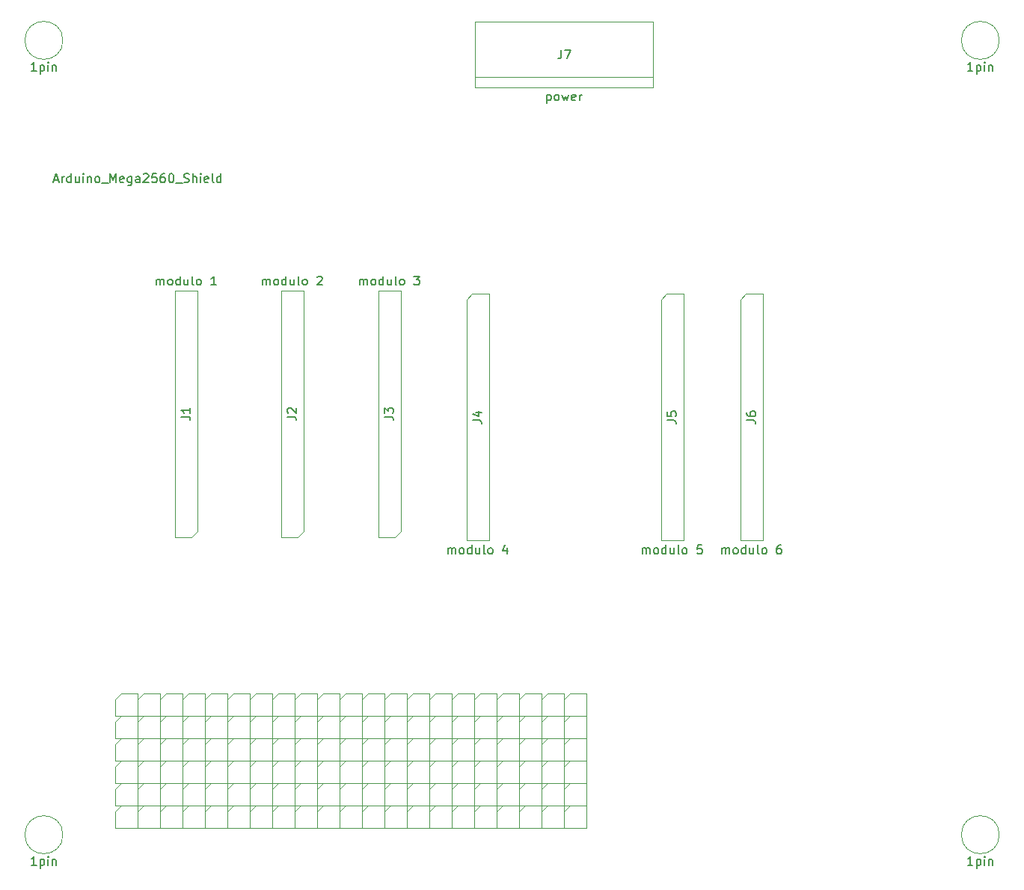
<source format=gbr>
G04 #@! TF.FileFunction,Other,Fab,Top*
%FSLAX46Y46*%
G04 Gerber Fmt 4.6, Leading zero omitted, Abs format (unit mm)*
G04 Created by KiCad (PCBNEW 4.0.7) date Wed Jun 20 13:04:55 2018*
%MOMM*%
%LPD*%
G01*
G04 APERTURE LIST*
%ADD10C,0.100000*%
%ADD11C,0.150000*%
G04 APERTURE END LIST*
D10*
X93345000Y-139700000D02*
X95250000Y-139700000D01*
X95250000Y-139700000D02*
X95250000Y-142240000D01*
X95250000Y-142240000D02*
X92710000Y-142240000D01*
X92710000Y-142240000D02*
X92710000Y-140335000D01*
X92710000Y-140335000D02*
X93345000Y-139700000D01*
X93345000Y-137160000D02*
X95250000Y-137160000D01*
X95250000Y-137160000D02*
X95250000Y-139700000D01*
X95250000Y-139700000D02*
X92710000Y-139700000D01*
X92710000Y-139700000D02*
X92710000Y-137795000D01*
X92710000Y-137795000D02*
X93345000Y-137160000D01*
X93345000Y-132080000D02*
X95250000Y-132080000D01*
X95250000Y-132080000D02*
X95250000Y-134620000D01*
X95250000Y-134620000D02*
X92710000Y-134620000D01*
X92710000Y-134620000D02*
X92710000Y-132715000D01*
X92710000Y-132715000D02*
X93345000Y-132080000D01*
X93345000Y-134620000D02*
X95250000Y-134620000D01*
X95250000Y-134620000D02*
X95250000Y-137160000D01*
X95250000Y-137160000D02*
X92710000Y-137160000D01*
X92710000Y-137160000D02*
X92710000Y-135255000D01*
X92710000Y-135255000D02*
X93345000Y-134620000D01*
X90805000Y-134620000D02*
X92710000Y-134620000D01*
X92710000Y-134620000D02*
X92710000Y-137160000D01*
X92710000Y-137160000D02*
X90170000Y-137160000D01*
X90170000Y-137160000D02*
X90170000Y-135255000D01*
X90170000Y-135255000D02*
X90805000Y-134620000D01*
X90805000Y-132080000D02*
X92710000Y-132080000D01*
X92710000Y-132080000D02*
X92710000Y-134620000D01*
X92710000Y-134620000D02*
X90170000Y-134620000D01*
X90170000Y-134620000D02*
X90170000Y-132715000D01*
X90170000Y-132715000D02*
X90805000Y-132080000D01*
X90805000Y-137160000D02*
X92710000Y-137160000D01*
X92710000Y-137160000D02*
X92710000Y-139700000D01*
X92710000Y-139700000D02*
X90170000Y-139700000D01*
X90170000Y-139700000D02*
X90170000Y-137795000D01*
X90170000Y-137795000D02*
X90805000Y-137160000D01*
X90805000Y-139700000D02*
X92710000Y-139700000D01*
X92710000Y-139700000D02*
X92710000Y-142240000D01*
X92710000Y-142240000D02*
X90170000Y-142240000D01*
X90170000Y-142240000D02*
X90170000Y-140335000D01*
X90170000Y-140335000D02*
X90805000Y-139700000D01*
X90805000Y-127000000D02*
X92710000Y-127000000D01*
X92710000Y-127000000D02*
X92710000Y-129540000D01*
X92710000Y-129540000D02*
X90170000Y-129540000D01*
X90170000Y-129540000D02*
X90170000Y-127635000D01*
X90170000Y-127635000D02*
X90805000Y-127000000D01*
X90805000Y-129540000D02*
X92710000Y-129540000D01*
X92710000Y-129540000D02*
X92710000Y-132080000D01*
X92710000Y-132080000D02*
X90170000Y-132080000D01*
X90170000Y-132080000D02*
X90170000Y-130175000D01*
X90170000Y-130175000D02*
X90805000Y-129540000D01*
X93345000Y-129540000D02*
X95250000Y-129540000D01*
X95250000Y-129540000D02*
X95250000Y-132080000D01*
X95250000Y-132080000D02*
X92710000Y-132080000D01*
X92710000Y-132080000D02*
X92710000Y-130175000D01*
X92710000Y-130175000D02*
X93345000Y-129540000D01*
X93345000Y-127000000D02*
X95250000Y-127000000D01*
X95250000Y-127000000D02*
X95250000Y-129540000D01*
X95250000Y-129540000D02*
X92710000Y-129540000D01*
X92710000Y-129540000D02*
X92710000Y-127635000D01*
X92710000Y-127635000D02*
X93345000Y-127000000D01*
X88265000Y-127000000D02*
X90170000Y-127000000D01*
X90170000Y-127000000D02*
X90170000Y-129540000D01*
X90170000Y-129540000D02*
X87630000Y-129540000D01*
X87630000Y-129540000D02*
X87630000Y-127635000D01*
X87630000Y-127635000D02*
X88265000Y-127000000D01*
X88265000Y-129540000D02*
X90170000Y-129540000D01*
X90170000Y-129540000D02*
X90170000Y-132080000D01*
X90170000Y-132080000D02*
X87630000Y-132080000D01*
X87630000Y-132080000D02*
X87630000Y-130175000D01*
X87630000Y-130175000D02*
X88265000Y-129540000D01*
X85725000Y-129540000D02*
X87630000Y-129540000D01*
X87630000Y-129540000D02*
X87630000Y-132080000D01*
X87630000Y-132080000D02*
X85090000Y-132080000D01*
X85090000Y-132080000D02*
X85090000Y-130175000D01*
X85090000Y-130175000D02*
X85725000Y-129540000D01*
X85725000Y-127000000D02*
X87630000Y-127000000D01*
X87630000Y-127000000D02*
X87630000Y-129540000D01*
X87630000Y-129540000D02*
X85090000Y-129540000D01*
X85090000Y-129540000D02*
X85090000Y-127635000D01*
X85090000Y-127635000D02*
X85725000Y-127000000D01*
X85725000Y-139700000D02*
X87630000Y-139700000D01*
X87630000Y-139700000D02*
X87630000Y-142240000D01*
X87630000Y-142240000D02*
X85090000Y-142240000D01*
X85090000Y-142240000D02*
X85090000Y-140335000D01*
X85090000Y-140335000D02*
X85725000Y-139700000D01*
X85725000Y-137160000D02*
X87630000Y-137160000D01*
X87630000Y-137160000D02*
X87630000Y-139700000D01*
X87630000Y-139700000D02*
X85090000Y-139700000D01*
X85090000Y-139700000D02*
X85090000Y-137795000D01*
X85090000Y-137795000D02*
X85725000Y-137160000D01*
X85725000Y-132080000D02*
X87630000Y-132080000D01*
X87630000Y-132080000D02*
X87630000Y-134620000D01*
X87630000Y-134620000D02*
X85090000Y-134620000D01*
X85090000Y-134620000D02*
X85090000Y-132715000D01*
X85090000Y-132715000D02*
X85725000Y-132080000D01*
X85725000Y-134620000D02*
X87630000Y-134620000D01*
X87630000Y-134620000D02*
X87630000Y-137160000D01*
X87630000Y-137160000D02*
X85090000Y-137160000D01*
X85090000Y-137160000D02*
X85090000Y-135255000D01*
X85090000Y-135255000D02*
X85725000Y-134620000D01*
X88265000Y-134620000D02*
X90170000Y-134620000D01*
X90170000Y-134620000D02*
X90170000Y-137160000D01*
X90170000Y-137160000D02*
X87630000Y-137160000D01*
X87630000Y-137160000D02*
X87630000Y-135255000D01*
X87630000Y-135255000D02*
X88265000Y-134620000D01*
X88265000Y-132080000D02*
X90170000Y-132080000D01*
X90170000Y-132080000D02*
X90170000Y-134620000D01*
X90170000Y-134620000D02*
X87630000Y-134620000D01*
X87630000Y-134620000D02*
X87630000Y-132715000D01*
X87630000Y-132715000D02*
X88265000Y-132080000D01*
X88265000Y-137160000D02*
X90170000Y-137160000D01*
X90170000Y-137160000D02*
X90170000Y-139700000D01*
X90170000Y-139700000D02*
X87630000Y-139700000D01*
X87630000Y-139700000D02*
X87630000Y-137795000D01*
X87630000Y-137795000D02*
X88265000Y-137160000D01*
X88265000Y-139700000D02*
X90170000Y-139700000D01*
X90170000Y-139700000D02*
X90170000Y-142240000D01*
X90170000Y-142240000D02*
X87630000Y-142240000D01*
X87630000Y-142240000D02*
X87630000Y-140335000D01*
X87630000Y-140335000D02*
X88265000Y-139700000D01*
X95885000Y-134620000D02*
X97790000Y-134620000D01*
X97790000Y-134620000D02*
X97790000Y-137160000D01*
X97790000Y-137160000D02*
X95250000Y-137160000D01*
X95250000Y-137160000D02*
X95250000Y-135255000D01*
X95250000Y-135255000D02*
X95885000Y-134620000D01*
X95885000Y-132080000D02*
X97790000Y-132080000D01*
X97790000Y-132080000D02*
X97790000Y-134620000D01*
X97790000Y-134620000D02*
X95250000Y-134620000D01*
X95250000Y-134620000D02*
X95250000Y-132715000D01*
X95250000Y-132715000D02*
X95885000Y-132080000D01*
X95885000Y-137160000D02*
X97790000Y-137160000D01*
X97790000Y-137160000D02*
X97790000Y-139700000D01*
X97790000Y-139700000D02*
X95250000Y-139700000D01*
X95250000Y-139700000D02*
X95250000Y-137795000D01*
X95250000Y-137795000D02*
X95885000Y-137160000D01*
X95885000Y-139700000D02*
X97790000Y-139700000D01*
X97790000Y-139700000D02*
X97790000Y-142240000D01*
X97790000Y-142240000D02*
X95250000Y-142240000D01*
X95250000Y-142240000D02*
X95250000Y-140335000D01*
X95250000Y-140335000D02*
X95885000Y-139700000D01*
X95885000Y-127000000D02*
X97790000Y-127000000D01*
X97790000Y-127000000D02*
X97790000Y-129540000D01*
X97790000Y-129540000D02*
X95250000Y-129540000D01*
X95250000Y-129540000D02*
X95250000Y-127635000D01*
X95250000Y-127635000D02*
X95885000Y-127000000D01*
X95885000Y-129540000D02*
X97790000Y-129540000D01*
X97790000Y-129540000D02*
X97790000Y-132080000D01*
X97790000Y-132080000D02*
X95250000Y-132080000D01*
X95250000Y-132080000D02*
X95250000Y-130175000D01*
X95250000Y-130175000D02*
X95885000Y-129540000D01*
X116205000Y-139700000D02*
X118110000Y-139700000D01*
X118110000Y-139700000D02*
X118110000Y-142240000D01*
X118110000Y-142240000D02*
X115570000Y-142240000D01*
X115570000Y-142240000D02*
X115570000Y-140335000D01*
X115570000Y-140335000D02*
X116205000Y-139700000D01*
X116205000Y-137160000D02*
X118110000Y-137160000D01*
X118110000Y-137160000D02*
X118110000Y-139700000D01*
X118110000Y-139700000D02*
X115570000Y-139700000D01*
X115570000Y-139700000D02*
X115570000Y-137795000D01*
X115570000Y-137795000D02*
X116205000Y-137160000D01*
X116205000Y-132080000D02*
X118110000Y-132080000D01*
X118110000Y-132080000D02*
X118110000Y-134620000D01*
X118110000Y-134620000D02*
X115570000Y-134620000D01*
X115570000Y-134620000D02*
X115570000Y-132715000D01*
X115570000Y-132715000D02*
X116205000Y-132080000D01*
X116205000Y-134620000D02*
X118110000Y-134620000D01*
X118110000Y-134620000D02*
X118110000Y-137160000D01*
X118110000Y-137160000D02*
X115570000Y-137160000D01*
X115570000Y-137160000D02*
X115570000Y-135255000D01*
X115570000Y-135255000D02*
X116205000Y-134620000D01*
X113665000Y-134620000D02*
X115570000Y-134620000D01*
X115570000Y-134620000D02*
X115570000Y-137160000D01*
X115570000Y-137160000D02*
X113030000Y-137160000D01*
X113030000Y-137160000D02*
X113030000Y-135255000D01*
X113030000Y-135255000D02*
X113665000Y-134620000D01*
X113665000Y-132080000D02*
X115570000Y-132080000D01*
X115570000Y-132080000D02*
X115570000Y-134620000D01*
X115570000Y-134620000D02*
X113030000Y-134620000D01*
X113030000Y-134620000D02*
X113030000Y-132715000D01*
X113030000Y-132715000D02*
X113665000Y-132080000D01*
X113665000Y-137160000D02*
X115570000Y-137160000D01*
X115570000Y-137160000D02*
X115570000Y-139700000D01*
X115570000Y-139700000D02*
X113030000Y-139700000D01*
X113030000Y-139700000D02*
X113030000Y-137795000D01*
X113030000Y-137795000D02*
X113665000Y-137160000D01*
X113665000Y-139700000D02*
X115570000Y-139700000D01*
X115570000Y-139700000D02*
X115570000Y-142240000D01*
X115570000Y-142240000D02*
X113030000Y-142240000D01*
X113030000Y-142240000D02*
X113030000Y-140335000D01*
X113030000Y-140335000D02*
X113665000Y-139700000D01*
X113665000Y-127000000D02*
X115570000Y-127000000D01*
X115570000Y-127000000D02*
X115570000Y-129540000D01*
X115570000Y-129540000D02*
X113030000Y-129540000D01*
X113030000Y-129540000D02*
X113030000Y-127635000D01*
X113030000Y-127635000D02*
X113665000Y-127000000D01*
X113665000Y-129540000D02*
X115570000Y-129540000D01*
X115570000Y-129540000D02*
X115570000Y-132080000D01*
X115570000Y-132080000D02*
X113030000Y-132080000D01*
X113030000Y-132080000D02*
X113030000Y-130175000D01*
X113030000Y-130175000D02*
X113665000Y-129540000D01*
X116205000Y-129540000D02*
X118110000Y-129540000D01*
X118110000Y-129540000D02*
X118110000Y-132080000D01*
X118110000Y-132080000D02*
X115570000Y-132080000D01*
X115570000Y-132080000D02*
X115570000Y-130175000D01*
X115570000Y-130175000D02*
X116205000Y-129540000D01*
X116205000Y-127000000D02*
X118110000Y-127000000D01*
X118110000Y-127000000D02*
X118110000Y-129540000D01*
X118110000Y-129540000D02*
X115570000Y-129540000D01*
X115570000Y-129540000D02*
X115570000Y-127635000D01*
X115570000Y-127635000D02*
X116205000Y-127000000D01*
X111125000Y-127000000D02*
X113030000Y-127000000D01*
X113030000Y-127000000D02*
X113030000Y-129540000D01*
X113030000Y-129540000D02*
X110490000Y-129540000D01*
X110490000Y-129540000D02*
X110490000Y-127635000D01*
X110490000Y-127635000D02*
X111125000Y-127000000D01*
X111125000Y-129540000D02*
X113030000Y-129540000D01*
X113030000Y-129540000D02*
X113030000Y-132080000D01*
X113030000Y-132080000D02*
X110490000Y-132080000D01*
X110490000Y-132080000D02*
X110490000Y-130175000D01*
X110490000Y-130175000D02*
X111125000Y-129540000D01*
X108585000Y-129540000D02*
X110490000Y-129540000D01*
X110490000Y-129540000D02*
X110490000Y-132080000D01*
X110490000Y-132080000D02*
X107950000Y-132080000D01*
X107950000Y-132080000D02*
X107950000Y-130175000D01*
X107950000Y-130175000D02*
X108585000Y-129540000D01*
X108585000Y-127000000D02*
X110490000Y-127000000D01*
X110490000Y-127000000D02*
X110490000Y-129540000D01*
X110490000Y-129540000D02*
X107950000Y-129540000D01*
X107950000Y-129540000D02*
X107950000Y-127635000D01*
X107950000Y-127635000D02*
X108585000Y-127000000D01*
X108585000Y-139700000D02*
X110490000Y-139700000D01*
X110490000Y-139700000D02*
X110490000Y-142240000D01*
X110490000Y-142240000D02*
X107950000Y-142240000D01*
X107950000Y-142240000D02*
X107950000Y-140335000D01*
X107950000Y-140335000D02*
X108585000Y-139700000D01*
X108585000Y-137160000D02*
X110490000Y-137160000D01*
X110490000Y-137160000D02*
X110490000Y-139700000D01*
X110490000Y-139700000D02*
X107950000Y-139700000D01*
X107950000Y-139700000D02*
X107950000Y-137795000D01*
X107950000Y-137795000D02*
X108585000Y-137160000D01*
X108585000Y-132080000D02*
X110490000Y-132080000D01*
X110490000Y-132080000D02*
X110490000Y-134620000D01*
X110490000Y-134620000D02*
X107950000Y-134620000D01*
X107950000Y-134620000D02*
X107950000Y-132715000D01*
X107950000Y-132715000D02*
X108585000Y-132080000D01*
X108585000Y-134620000D02*
X110490000Y-134620000D01*
X110490000Y-134620000D02*
X110490000Y-137160000D01*
X110490000Y-137160000D02*
X107950000Y-137160000D01*
X107950000Y-137160000D02*
X107950000Y-135255000D01*
X107950000Y-135255000D02*
X108585000Y-134620000D01*
X111125000Y-134620000D02*
X113030000Y-134620000D01*
X113030000Y-134620000D02*
X113030000Y-137160000D01*
X113030000Y-137160000D02*
X110490000Y-137160000D01*
X110490000Y-137160000D02*
X110490000Y-135255000D01*
X110490000Y-135255000D02*
X111125000Y-134620000D01*
X111125000Y-132080000D02*
X113030000Y-132080000D01*
X113030000Y-132080000D02*
X113030000Y-134620000D01*
X113030000Y-134620000D02*
X110490000Y-134620000D01*
X110490000Y-134620000D02*
X110490000Y-132715000D01*
X110490000Y-132715000D02*
X111125000Y-132080000D01*
X111125000Y-137160000D02*
X113030000Y-137160000D01*
X113030000Y-137160000D02*
X113030000Y-139700000D01*
X113030000Y-139700000D02*
X110490000Y-139700000D01*
X110490000Y-139700000D02*
X110490000Y-137795000D01*
X110490000Y-137795000D02*
X111125000Y-137160000D01*
X111125000Y-139700000D02*
X113030000Y-139700000D01*
X113030000Y-139700000D02*
X113030000Y-142240000D01*
X113030000Y-142240000D02*
X110490000Y-142240000D01*
X110490000Y-142240000D02*
X110490000Y-140335000D01*
X110490000Y-140335000D02*
X111125000Y-139700000D01*
X100965000Y-139700000D02*
X102870000Y-139700000D01*
X102870000Y-139700000D02*
X102870000Y-142240000D01*
X102870000Y-142240000D02*
X100330000Y-142240000D01*
X100330000Y-142240000D02*
X100330000Y-140335000D01*
X100330000Y-140335000D02*
X100965000Y-139700000D01*
X100965000Y-137160000D02*
X102870000Y-137160000D01*
X102870000Y-137160000D02*
X102870000Y-139700000D01*
X102870000Y-139700000D02*
X100330000Y-139700000D01*
X100330000Y-139700000D02*
X100330000Y-137795000D01*
X100330000Y-137795000D02*
X100965000Y-137160000D01*
X100965000Y-132080000D02*
X102870000Y-132080000D01*
X102870000Y-132080000D02*
X102870000Y-134620000D01*
X102870000Y-134620000D02*
X100330000Y-134620000D01*
X100330000Y-134620000D02*
X100330000Y-132715000D01*
X100330000Y-132715000D02*
X100965000Y-132080000D01*
X100965000Y-134620000D02*
X102870000Y-134620000D01*
X102870000Y-134620000D02*
X102870000Y-137160000D01*
X102870000Y-137160000D02*
X100330000Y-137160000D01*
X100330000Y-137160000D02*
X100330000Y-135255000D01*
X100330000Y-135255000D02*
X100965000Y-134620000D01*
X98425000Y-134620000D02*
X100330000Y-134620000D01*
X100330000Y-134620000D02*
X100330000Y-137160000D01*
X100330000Y-137160000D02*
X97790000Y-137160000D01*
X97790000Y-137160000D02*
X97790000Y-135255000D01*
X97790000Y-135255000D02*
X98425000Y-134620000D01*
X98425000Y-132080000D02*
X100330000Y-132080000D01*
X100330000Y-132080000D02*
X100330000Y-134620000D01*
X100330000Y-134620000D02*
X97790000Y-134620000D01*
X97790000Y-134620000D02*
X97790000Y-132715000D01*
X97790000Y-132715000D02*
X98425000Y-132080000D01*
X98425000Y-137160000D02*
X100330000Y-137160000D01*
X100330000Y-137160000D02*
X100330000Y-139700000D01*
X100330000Y-139700000D02*
X97790000Y-139700000D01*
X97790000Y-139700000D02*
X97790000Y-137795000D01*
X97790000Y-137795000D02*
X98425000Y-137160000D01*
X98425000Y-139700000D02*
X100330000Y-139700000D01*
X100330000Y-139700000D02*
X100330000Y-142240000D01*
X100330000Y-142240000D02*
X97790000Y-142240000D01*
X97790000Y-142240000D02*
X97790000Y-140335000D01*
X97790000Y-140335000D02*
X98425000Y-139700000D01*
X98425000Y-127000000D02*
X100330000Y-127000000D01*
X100330000Y-127000000D02*
X100330000Y-129540000D01*
X100330000Y-129540000D02*
X97790000Y-129540000D01*
X97790000Y-129540000D02*
X97790000Y-127635000D01*
X97790000Y-127635000D02*
X98425000Y-127000000D01*
X98425000Y-129540000D02*
X100330000Y-129540000D01*
X100330000Y-129540000D02*
X100330000Y-132080000D01*
X100330000Y-132080000D02*
X97790000Y-132080000D01*
X97790000Y-132080000D02*
X97790000Y-130175000D01*
X97790000Y-130175000D02*
X98425000Y-129540000D01*
X100965000Y-129540000D02*
X102870000Y-129540000D01*
X102870000Y-129540000D02*
X102870000Y-132080000D01*
X102870000Y-132080000D02*
X100330000Y-132080000D01*
X100330000Y-132080000D02*
X100330000Y-130175000D01*
X100330000Y-130175000D02*
X100965000Y-129540000D01*
X100965000Y-127000000D02*
X102870000Y-127000000D01*
X102870000Y-127000000D02*
X102870000Y-129540000D01*
X102870000Y-129540000D02*
X100330000Y-129540000D01*
X100330000Y-129540000D02*
X100330000Y-127635000D01*
X100330000Y-127635000D02*
X100965000Y-127000000D01*
X106045000Y-127000000D02*
X107950000Y-127000000D01*
X107950000Y-127000000D02*
X107950000Y-129540000D01*
X107950000Y-129540000D02*
X105410000Y-129540000D01*
X105410000Y-129540000D02*
X105410000Y-127635000D01*
X105410000Y-127635000D02*
X106045000Y-127000000D01*
X106045000Y-129540000D02*
X107950000Y-129540000D01*
X107950000Y-129540000D02*
X107950000Y-132080000D01*
X107950000Y-132080000D02*
X105410000Y-132080000D01*
X105410000Y-132080000D02*
X105410000Y-130175000D01*
X105410000Y-130175000D02*
X106045000Y-129540000D01*
X103505000Y-129540000D02*
X105410000Y-129540000D01*
X105410000Y-129540000D02*
X105410000Y-132080000D01*
X105410000Y-132080000D02*
X102870000Y-132080000D01*
X102870000Y-132080000D02*
X102870000Y-130175000D01*
X102870000Y-130175000D02*
X103505000Y-129540000D01*
X103505000Y-127000000D02*
X105410000Y-127000000D01*
X105410000Y-127000000D02*
X105410000Y-129540000D01*
X105410000Y-129540000D02*
X102870000Y-129540000D01*
X102870000Y-129540000D02*
X102870000Y-127635000D01*
X102870000Y-127635000D02*
X103505000Y-127000000D01*
X103505000Y-139700000D02*
X105410000Y-139700000D01*
X105410000Y-139700000D02*
X105410000Y-142240000D01*
X105410000Y-142240000D02*
X102870000Y-142240000D01*
X102870000Y-142240000D02*
X102870000Y-140335000D01*
X102870000Y-140335000D02*
X103505000Y-139700000D01*
X103505000Y-137160000D02*
X105410000Y-137160000D01*
X105410000Y-137160000D02*
X105410000Y-139700000D01*
X105410000Y-139700000D02*
X102870000Y-139700000D01*
X102870000Y-139700000D02*
X102870000Y-137795000D01*
X102870000Y-137795000D02*
X103505000Y-137160000D01*
X103505000Y-132080000D02*
X105410000Y-132080000D01*
X105410000Y-132080000D02*
X105410000Y-134620000D01*
X105410000Y-134620000D02*
X102870000Y-134620000D01*
X102870000Y-134620000D02*
X102870000Y-132715000D01*
X102870000Y-132715000D02*
X103505000Y-132080000D01*
X103505000Y-134620000D02*
X105410000Y-134620000D01*
X105410000Y-134620000D02*
X105410000Y-137160000D01*
X105410000Y-137160000D02*
X102870000Y-137160000D01*
X102870000Y-137160000D02*
X102870000Y-135255000D01*
X102870000Y-135255000D02*
X103505000Y-134620000D01*
X106045000Y-134620000D02*
X107950000Y-134620000D01*
X107950000Y-134620000D02*
X107950000Y-137160000D01*
X107950000Y-137160000D02*
X105410000Y-137160000D01*
X105410000Y-137160000D02*
X105410000Y-135255000D01*
X105410000Y-135255000D02*
X106045000Y-134620000D01*
X106045000Y-132080000D02*
X107950000Y-132080000D01*
X107950000Y-132080000D02*
X107950000Y-134620000D01*
X107950000Y-134620000D02*
X105410000Y-134620000D01*
X105410000Y-134620000D02*
X105410000Y-132715000D01*
X105410000Y-132715000D02*
X106045000Y-132080000D01*
X106045000Y-137160000D02*
X107950000Y-137160000D01*
X107950000Y-137160000D02*
X107950000Y-139700000D01*
X107950000Y-139700000D02*
X105410000Y-139700000D01*
X105410000Y-139700000D02*
X105410000Y-137795000D01*
X105410000Y-137795000D02*
X106045000Y-137160000D01*
X106045000Y-139700000D02*
X107950000Y-139700000D01*
X107950000Y-139700000D02*
X107950000Y-142240000D01*
X107950000Y-142240000D02*
X105410000Y-142240000D01*
X105410000Y-142240000D02*
X105410000Y-140335000D01*
X105410000Y-140335000D02*
X106045000Y-139700000D01*
X126365000Y-139700000D02*
X128270000Y-139700000D01*
X128270000Y-139700000D02*
X128270000Y-142240000D01*
X128270000Y-142240000D02*
X125730000Y-142240000D01*
X125730000Y-142240000D02*
X125730000Y-140335000D01*
X125730000Y-140335000D02*
X126365000Y-139700000D01*
X126365000Y-137160000D02*
X128270000Y-137160000D01*
X128270000Y-137160000D02*
X128270000Y-139700000D01*
X128270000Y-139700000D02*
X125730000Y-139700000D01*
X125730000Y-139700000D02*
X125730000Y-137795000D01*
X125730000Y-137795000D02*
X126365000Y-137160000D01*
X126365000Y-132080000D02*
X128270000Y-132080000D01*
X128270000Y-132080000D02*
X128270000Y-134620000D01*
X128270000Y-134620000D02*
X125730000Y-134620000D01*
X125730000Y-134620000D02*
X125730000Y-132715000D01*
X125730000Y-132715000D02*
X126365000Y-132080000D01*
X126365000Y-134620000D02*
X128270000Y-134620000D01*
X128270000Y-134620000D02*
X128270000Y-137160000D01*
X128270000Y-137160000D02*
X125730000Y-137160000D01*
X125730000Y-137160000D02*
X125730000Y-135255000D01*
X125730000Y-135255000D02*
X126365000Y-134620000D01*
X123825000Y-134620000D02*
X125730000Y-134620000D01*
X125730000Y-134620000D02*
X125730000Y-137160000D01*
X125730000Y-137160000D02*
X123190000Y-137160000D01*
X123190000Y-137160000D02*
X123190000Y-135255000D01*
X123190000Y-135255000D02*
X123825000Y-134620000D01*
X123825000Y-132080000D02*
X125730000Y-132080000D01*
X125730000Y-132080000D02*
X125730000Y-134620000D01*
X125730000Y-134620000D02*
X123190000Y-134620000D01*
X123190000Y-134620000D02*
X123190000Y-132715000D01*
X123190000Y-132715000D02*
X123825000Y-132080000D01*
X123825000Y-137160000D02*
X125730000Y-137160000D01*
X125730000Y-137160000D02*
X125730000Y-139700000D01*
X125730000Y-139700000D02*
X123190000Y-139700000D01*
X123190000Y-139700000D02*
X123190000Y-137795000D01*
X123190000Y-137795000D02*
X123825000Y-137160000D01*
X123825000Y-139700000D02*
X125730000Y-139700000D01*
X125730000Y-139700000D02*
X125730000Y-142240000D01*
X125730000Y-142240000D02*
X123190000Y-142240000D01*
X123190000Y-142240000D02*
X123190000Y-140335000D01*
X123190000Y-140335000D02*
X123825000Y-139700000D01*
X123825000Y-127000000D02*
X125730000Y-127000000D01*
X125730000Y-127000000D02*
X125730000Y-129540000D01*
X125730000Y-129540000D02*
X123190000Y-129540000D01*
X123190000Y-129540000D02*
X123190000Y-127635000D01*
X123190000Y-127635000D02*
X123825000Y-127000000D01*
X123825000Y-129540000D02*
X125730000Y-129540000D01*
X125730000Y-129540000D02*
X125730000Y-132080000D01*
X125730000Y-132080000D02*
X123190000Y-132080000D01*
X123190000Y-132080000D02*
X123190000Y-130175000D01*
X123190000Y-130175000D02*
X123825000Y-129540000D01*
X126365000Y-129540000D02*
X128270000Y-129540000D01*
X128270000Y-129540000D02*
X128270000Y-132080000D01*
X128270000Y-132080000D02*
X125730000Y-132080000D01*
X125730000Y-132080000D02*
X125730000Y-130175000D01*
X125730000Y-130175000D02*
X126365000Y-129540000D01*
X126365000Y-127000000D02*
X128270000Y-127000000D01*
X128270000Y-127000000D02*
X128270000Y-129540000D01*
X128270000Y-129540000D02*
X125730000Y-129540000D01*
X125730000Y-129540000D02*
X125730000Y-127635000D01*
X125730000Y-127635000D02*
X126365000Y-127000000D01*
X121285000Y-127000000D02*
X123190000Y-127000000D01*
X123190000Y-127000000D02*
X123190000Y-129540000D01*
X123190000Y-129540000D02*
X120650000Y-129540000D01*
X120650000Y-129540000D02*
X120650000Y-127635000D01*
X120650000Y-127635000D02*
X121285000Y-127000000D01*
X121285000Y-129540000D02*
X123190000Y-129540000D01*
X123190000Y-129540000D02*
X123190000Y-132080000D01*
X123190000Y-132080000D02*
X120650000Y-132080000D01*
X120650000Y-132080000D02*
X120650000Y-130175000D01*
X120650000Y-130175000D02*
X121285000Y-129540000D01*
X118745000Y-129540000D02*
X120650000Y-129540000D01*
X120650000Y-129540000D02*
X120650000Y-132080000D01*
X120650000Y-132080000D02*
X118110000Y-132080000D01*
X118110000Y-132080000D02*
X118110000Y-130175000D01*
X118110000Y-130175000D02*
X118745000Y-129540000D01*
X118745000Y-127000000D02*
X120650000Y-127000000D01*
X120650000Y-127000000D02*
X120650000Y-129540000D01*
X120650000Y-129540000D02*
X118110000Y-129540000D01*
X118110000Y-129540000D02*
X118110000Y-127635000D01*
X118110000Y-127635000D02*
X118745000Y-127000000D01*
X118745000Y-139700000D02*
X120650000Y-139700000D01*
X120650000Y-139700000D02*
X120650000Y-142240000D01*
X120650000Y-142240000D02*
X118110000Y-142240000D01*
X118110000Y-142240000D02*
X118110000Y-140335000D01*
X118110000Y-140335000D02*
X118745000Y-139700000D01*
X118745000Y-137160000D02*
X120650000Y-137160000D01*
X120650000Y-137160000D02*
X120650000Y-139700000D01*
X120650000Y-139700000D02*
X118110000Y-139700000D01*
X118110000Y-139700000D02*
X118110000Y-137795000D01*
X118110000Y-137795000D02*
X118745000Y-137160000D01*
X118745000Y-132080000D02*
X120650000Y-132080000D01*
X120650000Y-132080000D02*
X120650000Y-134620000D01*
X120650000Y-134620000D02*
X118110000Y-134620000D01*
X118110000Y-134620000D02*
X118110000Y-132715000D01*
X118110000Y-132715000D02*
X118745000Y-132080000D01*
X118745000Y-134620000D02*
X120650000Y-134620000D01*
X120650000Y-134620000D02*
X120650000Y-137160000D01*
X120650000Y-137160000D02*
X118110000Y-137160000D01*
X118110000Y-137160000D02*
X118110000Y-135255000D01*
X118110000Y-135255000D02*
X118745000Y-134620000D01*
X121285000Y-134620000D02*
X123190000Y-134620000D01*
X123190000Y-134620000D02*
X123190000Y-137160000D01*
X123190000Y-137160000D02*
X120650000Y-137160000D01*
X120650000Y-137160000D02*
X120650000Y-135255000D01*
X120650000Y-135255000D02*
X121285000Y-134620000D01*
X121285000Y-132080000D02*
X123190000Y-132080000D01*
X123190000Y-132080000D02*
X123190000Y-134620000D01*
X123190000Y-134620000D02*
X120650000Y-134620000D01*
X120650000Y-134620000D02*
X120650000Y-132715000D01*
X120650000Y-132715000D02*
X121285000Y-132080000D01*
X121285000Y-137160000D02*
X123190000Y-137160000D01*
X123190000Y-137160000D02*
X123190000Y-139700000D01*
X123190000Y-139700000D02*
X120650000Y-139700000D01*
X120650000Y-139700000D02*
X120650000Y-137795000D01*
X120650000Y-137795000D02*
X121285000Y-137160000D01*
X121285000Y-139700000D02*
X123190000Y-139700000D01*
X123190000Y-139700000D02*
X123190000Y-142240000D01*
X123190000Y-142240000D02*
X120650000Y-142240000D01*
X120650000Y-142240000D02*
X120650000Y-140335000D01*
X120650000Y-140335000D02*
X121285000Y-139700000D01*
X131445000Y-139700000D02*
X133350000Y-139700000D01*
X133350000Y-139700000D02*
X133350000Y-142240000D01*
X133350000Y-142240000D02*
X130810000Y-142240000D01*
X130810000Y-142240000D02*
X130810000Y-140335000D01*
X130810000Y-140335000D02*
X131445000Y-139700000D01*
X131445000Y-137160000D02*
X133350000Y-137160000D01*
X133350000Y-137160000D02*
X133350000Y-139700000D01*
X133350000Y-139700000D02*
X130810000Y-139700000D01*
X130810000Y-139700000D02*
X130810000Y-137795000D01*
X130810000Y-137795000D02*
X131445000Y-137160000D01*
X131445000Y-132080000D02*
X133350000Y-132080000D01*
X133350000Y-132080000D02*
X133350000Y-134620000D01*
X133350000Y-134620000D02*
X130810000Y-134620000D01*
X130810000Y-134620000D02*
X130810000Y-132715000D01*
X130810000Y-132715000D02*
X131445000Y-132080000D01*
X131445000Y-134620000D02*
X133350000Y-134620000D01*
X133350000Y-134620000D02*
X133350000Y-137160000D01*
X133350000Y-137160000D02*
X130810000Y-137160000D01*
X130810000Y-137160000D02*
X130810000Y-135255000D01*
X130810000Y-135255000D02*
X131445000Y-134620000D01*
X128905000Y-134620000D02*
X130810000Y-134620000D01*
X130810000Y-134620000D02*
X130810000Y-137160000D01*
X130810000Y-137160000D02*
X128270000Y-137160000D01*
X128270000Y-137160000D02*
X128270000Y-135255000D01*
X128270000Y-135255000D02*
X128905000Y-134620000D01*
X128905000Y-132080000D02*
X130810000Y-132080000D01*
X130810000Y-132080000D02*
X130810000Y-134620000D01*
X130810000Y-134620000D02*
X128270000Y-134620000D01*
X128270000Y-134620000D02*
X128270000Y-132715000D01*
X128270000Y-132715000D02*
X128905000Y-132080000D01*
X128905000Y-137160000D02*
X130810000Y-137160000D01*
X130810000Y-137160000D02*
X130810000Y-139700000D01*
X130810000Y-139700000D02*
X128270000Y-139700000D01*
X128270000Y-139700000D02*
X128270000Y-137795000D01*
X128270000Y-137795000D02*
X128905000Y-137160000D01*
X128905000Y-139700000D02*
X130810000Y-139700000D01*
X130810000Y-139700000D02*
X130810000Y-142240000D01*
X130810000Y-142240000D02*
X128270000Y-142240000D01*
X128270000Y-142240000D02*
X128270000Y-140335000D01*
X128270000Y-140335000D02*
X128905000Y-139700000D01*
X128905000Y-127000000D02*
X130810000Y-127000000D01*
X130810000Y-127000000D02*
X130810000Y-129540000D01*
X130810000Y-129540000D02*
X128270000Y-129540000D01*
X128270000Y-129540000D02*
X128270000Y-127635000D01*
X128270000Y-127635000D02*
X128905000Y-127000000D01*
X128905000Y-129540000D02*
X130810000Y-129540000D01*
X130810000Y-129540000D02*
X130810000Y-132080000D01*
X130810000Y-132080000D02*
X128270000Y-132080000D01*
X128270000Y-132080000D02*
X128270000Y-130175000D01*
X128270000Y-130175000D02*
X128905000Y-129540000D01*
X131445000Y-129540000D02*
X133350000Y-129540000D01*
X133350000Y-129540000D02*
X133350000Y-132080000D01*
X133350000Y-132080000D02*
X130810000Y-132080000D01*
X130810000Y-132080000D02*
X130810000Y-130175000D01*
X130810000Y-130175000D02*
X131445000Y-129540000D01*
X131445000Y-127000000D02*
X133350000Y-127000000D01*
X133350000Y-127000000D02*
X133350000Y-129540000D01*
X133350000Y-129540000D02*
X130810000Y-129540000D01*
X130810000Y-129540000D02*
X130810000Y-127635000D01*
X130810000Y-127635000D02*
X131445000Y-127000000D01*
X136525000Y-127000000D02*
X138430000Y-127000000D01*
X138430000Y-127000000D02*
X138430000Y-129540000D01*
X138430000Y-129540000D02*
X135890000Y-129540000D01*
X135890000Y-129540000D02*
X135890000Y-127635000D01*
X135890000Y-127635000D02*
X136525000Y-127000000D01*
X136525000Y-129540000D02*
X138430000Y-129540000D01*
X138430000Y-129540000D02*
X138430000Y-132080000D01*
X138430000Y-132080000D02*
X135890000Y-132080000D01*
X135890000Y-132080000D02*
X135890000Y-130175000D01*
X135890000Y-130175000D02*
X136525000Y-129540000D01*
X133985000Y-129540000D02*
X135890000Y-129540000D01*
X135890000Y-129540000D02*
X135890000Y-132080000D01*
X135890000Y-132080000D02*
X133350000Y-132080000D01*
X133350000Y-132080000D02*
X133350000Y-130175000D01*
X133350000Y-130175000D02*
X133985000Y-129540000D01*
X133985000Y-127000000D02*
X135890000Y-127000000D01*
X135890000Y-127000000D02*
X135890000Y-129540000D01*
X135890000Y-129540000D02*
X133350000Y-129540000D01*
X133350000Y-129540000D02*
X133350000Y-127635000D01*
X133350000Y-127635000D02*
X133985000Y-127000000D01*
X133985000Y-139700000D02*
X135890000Y-139700000D01*
X135890000Y-139700000D02*
X135890000Y-142240000D01*
X135890000Y-142240000D02*
X133350000Y-142240000D01*
X133350000Y-142240000D02*
X133350000Y-140335000D01*
X133350000Y-140335000D02*
X133985000Y-139700000D01*
X133985000Y-137160000D02*
X135890000Y-137160000D01*
X135890000Y-137160000D02*
X135890000Y-139700000D01*
X135890000Y-139700000D02*
X133350000Y-139700000D01*
X133350000Y-139700000D02*
X133350000Y-137795000D01*
X133350000Y-137795000D02*
X133985000Y-137160000D01*
X133985000Y-132080000D02*
X135890000Y-132080000D01*
X135890000Y-132080000D02*
X135890000Y-134620000D01*
X135890000Y-134620000D02*
X133350000Y-134620000D01*
X133350000Y-134620000D02*
X133350000Y-132715000D01*
X133350000Y-132715000D02*
X133985000Y-132080000D01*
X133985000Y-134620000D02*
X135890000Y-134620000D01*
X135890000Y-134620000D02*
X135890000Y-137160000D01*
X135890000Y-137160000D02*
X133350000Y-137160000D01*
X133350000Y-137160000D02*
X133350000Y-135255000D01*
X133350000Y-135255000D02*
X133985000Y-134620000D01*
X136525000Y-134620000D02*
X138430000Y-134620000D01*
X138430000Y-134620000D02*
X138430000Y-137160000D01*
X138430000Y-137160000D02*
X135890000Y-137160000D01*
X135890000Y-137160000D02*
X135890000Y-135255000D01*
X135890000Y-135255000D02*
X136525000Y-134620000D01*
X136525000Y-132080000D02*
X138430000Y-132080000D01*
X138430000Y-132080000D02*
X138430000Y-134620000D01*
X138430000Y-134620000D02*
X135890000Y-134620000D01*
X135890000Y-134620000D02*
X135890000Y-132715000D01*
X135890000Y-132715000D02*
X136525000Y-132080000D01*
X136525000Y-137160000D02*
X138430000Y-137160000D01*
X138430000Y-137160000D02*
X138430000Y-139700000D01*
X138430000Y-139700000D02*
X135890000Y-139700000D01*
X135890000Y-139700000D02*
X135890000Y-137795000D01*
X135890000Y-137795000D02*
X136525000Y-137160000D01*
X136525000Y-139700000D02*
X138430000Y-139700000D01*
X138430000Y-139700000D02*
X138430000Y-142240000D01*
X138430000Y-142240000D02*
X135890000Y-142240000D01*
X135890000Y-142240000D02*
X135890000Y-140335000D01*
X135890000Y-140335000D02*
X136525000Y-139700000D01*
X79154066Y-53000000D02*
G75*
G03X79154066Y-53000000I-2154066J0D01*
G01*
X79154066Y-143000000D02*
G75*
G03X79154066Y-143000000I-2154066J0D01*
G01*
X185154066Y-143000000D02*
G75*
G03X185154066Y-143000000I-2154066J0D01*
G01*
X185154066Y-53000000D02*
G75*
G03X185154066Y-53000000I-2154066J0D01*
G01*
X93745000Y-109270000D02*
X91840000Y-109270000D01*
X91840000Y-109270000D02*
X91840000Y-81330000D01*
X91840000Y-81330000D02*
X94380000Y-81330000D01*
X94380000Y-81330000D02*
X94380000Y-108635000D01*
X94380000Y-108635000D02*
X93745000Y-109270000D01*
X105745000Y-109270000D02*
X103840000Y-109270000D01*
X103840000Y-109270000D02*
X103840000Y-81330000D01*
X103840000Y-81330000D02*
X106380000Y-81330000D01*
X106380000Y-81330000D02*
X106380000Y-108635000D01*
X106380000Y-108635000D02*
X105745000Y-109270000D01*
X116745000Y-109270000D02*
X114840000Y-109270000D01*
X114840000Y-109270000D02*
X114840000Y-81330000D01*
X114840000Y-81330000D02*
X117380000Y-81330000D01*
X117380000Y-81330000D02*
X117380000Y-108635000D01*
X117380000Y-108635000D02*
X116745000Y-109270000D01*
X125475000Y-81730000D02*
X127380000Y-81730000D01*
X127380000Y-81730000D02*
X127380000Y-109670000D01*
X127380000Y-109670000D02*
X124840000Y-109670000D01*
X124840000Y-109670000D02*
X124840000Y-82365000D01*
X124840000Y-82365000D02*
X125475000Y-81730000D01*
X147475000Y-81730000D02*
X149380000Y-81730000D01*
X149380000Y-81730000D02*
X149380000Y-109670000D01*
X149380000Y-109670000D02*
X146840000Y-109670000D01*
X146840000Y-109670000D02*
X146840000Y-82365000D01*
X146840000Y-82365000D02*
X147475000Y-81730000D01*
X156475000Y-81730000D02*
X158380000Y-81730000D01*
X158380000Y-81730000D02*
X158380000Y-109670000D01*
X158380000Y-109670000D02*
X155840000Y-109670000D01*
X155840000Y-109670000D02*
X155840000Y-82365000D01*
X155840000Y-82365000D02*
X156475000Y-81730000D01*
X125790000Y-57160000D02*
X145990000Y-57160000D01*
X125840000Y-58360000D02*
X125790000Y-58360000D01*
X125790000Y-58360000D02*
X125790000Y-50860000D01*
X125790000Y-50860000D02*
X145990000Y-50860000D01*
X145990000Y-50860000D02*
X145990000Y-58360000D01*
X145990000Y-58360000D02*
X125840000Y-58360000D01*
D11*
X76142858Y-56452381D02*
X75571429Y-56452381D01*
X75857143Y-56452381D02*
X75857143Y-55452381D01*
X75761905Y-55595238D01*
X75666667Y-55690476D01*
X75571429Y-55738095D01*
X76571429Y-55785714D02*
X76571429Y-56785714D01*
X76571429Y-55833333D02*
X76666667Y-55785714D01*
X76857144Y-55785714D01*
X76952382Y-55833333D01*
X77000001Y-55880952D01*
X77047620Y-55976190D01*
X77047620Y-56261905D01*
X77000001Y-56357143D01*
X76952382Y-56404762D01*
X76857144Y-56452381D01*
X76666667Y-56452381D01*
X76571429Y-56404762D01*
X77476191Y-56452381D02*
X77476191Y-55785714D01*
X77476191Y-55452381D02*
X77428572Y-55500000D01*
X77476191Y-55547619D01*
X77523810Y-55500000D01*
X77476191Y-55452381D01*
X77476191Y-55547619D01*
X77952381Y-55785714D02*
X77952381Y-56452381D01*
X77952381Y-55880952D02*
X78000000Y-55833333D01*
X78095238Y-55785714D01*
X78238096Y-55785714D01*
X78333334Y-55833333D01*
X78380953Y-55928571D01*
X78380953Y-56452381D01*
X76142858Y-146452381D02*
X75571429Y-146452381D01*
X75857143Y-146452381D02*
X75857143Y-145452381D01*
X75761905Y-145595238D01*
X75666667Y-145690476D01*
X75571429Y-145738095D01*
X76571429Y-145785714D02*
X76571429Y-146785714D01*
X76571429Y-145833333D02*
X76666667Y-145785714D01*
X76857144Y-145785714D01*
X76952382Y-145833333D01*
X77000001Y-145880952D01*
X77047620Y-145976190D01*
X77047620Y-146261905D01*
X77000001Y-146357143D01*
X76952382Y-146404762D01*
X76857144Y-146452381D01*
X76666667Y-146452381D01*
X76571429Y-146404762D01*
X77476191Y-146452381D02*
X77476191Y-145785714D01*
X77476191Y-145452381D02*
X77428572Y-145500000D01*
X77476191Y-145547619D01*
X77523810Y-145500000D01*
X77476191Y-145452381D01*
X77476191Y-145547619D01*
X77952381Y-145785714D02*
X77952381Y-146452381D01*
X77952381Y-145880952D02*
X78000000Y-145833333D01*
X78095238Y-145785714D01*
X78238096Y-145785714D01*
X78333334Y-145833333D01*
X78380953Y-145928571D01*
X78380953Y-146452381D01*
X182142858Y-146452381D02*
X181571429Y-146452381D01*
X181857143Y-146452381D02*
X181857143Y-145452381D01*
X181761905Y-145595238D01*
X181666667Y-145690476D01*
X181571429Y-145738095D01*
X182571429Y-145785714D02*
X182571429Y-146785714D01*
X182571429Y-145833333D02*
X182666667Y-145785714D01*
X182857144Y-145785714D01*
X182952382Y-145833333D01*
X183000001Y-145880952D01*
X183047620Y-145976190D01*
X183047620Y-146261905D01*
X183000001Y-146357143D01*
X182952382Y-146404762D01*
X182857144Y-146452381D01*
X182666667Y-146452381D01*
X182571429Y-146404762D01*
X183476191Y-146452381D02*
X183476191Y-145785714D01*
X183476191Y-145452381D02*
X183428572Y-145500000D01*
X183476191Y-145547619D01*
X183523810Y-145500000D01*
X183476191Y-145452381D01*
X183476191Y-145547619D01*
X183952381Y-145785714D02*
X183952381Y-146452381D01*
X183952381Y-145880952D02*
X184000000Y-145833333D01*
X184095238Y-145785714D01*
X184238096Y-145785714D01*
X184333334Y-145833333D01*
X184380953Y-145928571D01*
X184380953Y-146452381D01*
X182142858Y-56452381D02*
X181571429Y-56452381D01*
X181857143Y-56452381D02*
X181857143Y-55452381D01*
X181761905Y-55595238D01*
X181666667Y-55690476D01*
X181571429Y-55738095D01*
X182571429Y-55785714D02*
X182571429Y-56785714D01*
X182571429Y-55833333D02*
X182666667Y-55785714D01*
X182857144Y-55785714D01*
X182952382Y-55833333D01*
X183000001Y-55880952D01*
X183047620Y-55976190D01*
X183047620Y-56261905D01*
X183000001Y-56357143D01*
X182952382Y-56404762D01*
X182857144Y-56452381D01*
X182666667Y-56452381D01*
X182571429Y-56404762D01*
X183476191Y-56452381D02*
X183476191Y-55785714D01*
X183476191Y-55452381D02*
X183428572Y-55500000D01*
X183476191Y-55547619D01*
X183523810Y-55500000D01*
X183476191Y-55452381D01*
X183476191Y-55547619D01*
X183952381Y-55785714D02*
X183952381Y-56452381D01*
X183952381Y-55880952D02*
X184000000Y-55833333D01*
X184095238Y-55785714D01*
X184238096Y-55785714D01*
X184333334Y-55833333D01*
X184380953Y-55928571D01*
X184380953Y-56452381D01*
X89752857Y-80722381D02*
X89752857Y-80055714D01*
X89752857Y-80150952D02*
X89800476Y-80103333D01*
X89895714Y-80055714D01*
X90038572Y-80055714D01*
X90133810Y-80103333D01*
X90181429Y-80198571D01*
X90181429Y-80722381D01*
X90181429Y-80198571D02*
X90229048Y-80103333D01*
X90324286Y-80055714D01*
X90467143Y-80055714D01*
X90562381Y-80103333D01*
X90610000Y-80198571D01*
X90610000Y-80722381D01*
X91229047Y-80722381D02*
X91133809Y-80674762D01*
X91086190Y-80627143D01*
X91038571Y-80531905D01*
X91038571Y-80246190D01*
X91086190Y-80150952D01*
X91133809Y-80103333D01*
X91229047Y-80055714D01*
X91371905Y-80055714D01*
X91467143Y-80103333D01*
X91514762Y-80150952D01*
X91562381Y-80246190D01*
X91562381Y-80531905D01*
X91514762Y-80627143D01*
X91467143Y-80674762D01*
X91371905Y-80722381D01*
X91229047Y-80722381D01*
X92419524Y-80722381D02*
X92419524Y-79722381D01*
X92419524Y-80674762D02*
X92324286Y-80722381D01*
X92133809Y-80722381D01*
X92038571Y-80674762D01*
X91990952Y-80627143D01*
X91943333Y-80531905D01*
X91943333Y-80246190D01*
X91990952Y-80150952D01*
X92038571Y-80103333D01*
X92133809Y-80055714D01*
X92324286Y-80055714D01*
X92419524Y-80103333D01*
X93324286Y-80055714D02*
X93324286Y-80722381D01*
X92895714Y-80055714D02*
X92895714Y-80579524D01*
X92943333Y-80674762D01*
X93038571Y-80722381D01*
X93181429Y-80722381D01*
X93276667Y-80674762D01*
X93324286Y-80627143D01*
X93943333Y-80722381D02*
X93848095Y-80674762D01*
X93800476Y-80579524D01*
X93800476Y-79722381D01*
X94467143Y-80722381D02*
X94371905Y-80674762D01*
X94324286Y-80627143D01*
X94276667Y-80531905D01*
X94276667Y-80246190D01*
X94324286Y-80150952D01*
X94371905Y-80103333D01*
X94467143Y-80055714D01*
X94610001Y-80055714D01*
X94705239Y-80103333D01*
X94752858Y-80150952D01*
X94800477Y-80246190D01*
X94800477Y-80531905D01*
X94752858Y-80627143D01*
X94705239Y-80674762D01*
X94610001Y-80722381D01*
X94467143Y-80722381D01*
X96514763Y-80722381D02*
X95943334Y-80722381D01*
X96229048Y-80722381D02*
X96229048Y-79722381D01*
X96133810Y-79865238D01*
X96038572Y-79960476D01*
X95943334Y-80008095D01*
X92562381Y-95633333D02*
X93276667Y-95633333D01*
X93419524Y-95680953D01*
X93514762Y-95776191D01*
X93562381Y-95919048D01*
X93562381Y-96014286D01*
X93562381Y-94633333D02*
X93562381Y-95204762D01*
X93562381Y-94919048D02*
X92562381Y-94919048D01*
X92705238Y-95014286D01*
X92800476Y-95109524D01*
X92848095Y-95204762D01*
X101752857Y-80722381D02*
X101752857Y-80055714D01*
X101752857Y-80150952D02*
X101800476Y-80103333D01*
X101895714Y-80055714D01*
X102038572Y-80055714D01*
X102133810Y-80103333D01*
X102181429Y-80198571D01*
X102181429Y-80722381D01*
X102181429Y-80198571D02*
X102229048Y-80103333D01*
X102324286Y-80055714D01*
X102467143Y-80055714D01*
X102562381Y-80103333D01*
X102610000Y-80198571D01*
X102610000Y-80722381D01*
X103229047Y-80722381D02*
X103133809Y-80674762D01*
X103086190Y-80627143D01*
X103038571Y-80531905D01*
X103038571Y-80246190D01*
X103086190Y-80150952D01*
X103133809Y-80103333D01*
X103229047Y-80055714D01*
X103371905Y-80055714D01*
X103467143Y-80103333D01*
X103514762Y-80150952D01*
X103562381Y-80246190D01*
X103562381Y-80531905D01*
X103514762Y-80627143D01*
X103467143Y-80674762D01*
X103371905Y-80722381D01*
X103229047Y-80722381D01*
X104419524Y-80722381D02*
X104419524Y-79722381D01*
X104419524Y-80674762D02*
X104324286Y-80722381D01*
X104133809Y-80722381D01*
X104038571Y-80674762D01*
X103990952Y-80627143D01*
X103943333Y-80531905D01*
X103943333Y-80246190D01*
X103990952Y-80150952D01*
X104038571Y-80103333D01*
X104133809Y-80055714D01*
X104324286Y-80055714D01*
X104419524Y-80103333D01*
X105324286Y-80055714D02*
X105324286Y-80722381D01*
X104895714Y-80055714D02*
X104895714Y-80579524D01*
X104943333Y-80674762D01*
X105038571Y-80722381D01*
X105181429Y-80722381D01*
X105276667Y-80674762D01*
X105324286Y-80627143D01*
X105943333Y-80722381D02*
X105848095Y-80674762D01*
X105800476Y-80579524D01*
X105800476Y-79722381D01*
X106467143Y-80722381D02*
X106371905Y-80674762D01*
X106324286Y-80627143D01*
X106276667Y-80531905D01*
X106276667Y-80246190D01*
X106324286Y-80150952D01*
X106371905Y-80103333D01*
X106467143Y-80055714D01*
X106610001Y-80055714D01*
X106705239Y-80103333D01*
X106752858Y-80150952D01*
X106800477Y-80246190D01*
X106800477Y-80531905D01*
X106752858Y-80627143D01*
X106705239Y-80674762D01*
X106610001Y-80722381D01*
X106467143Y-80722381D01*
X107943334Y-79817619D02*
X107990953Y-79770000D01*
X108086191Y-79722381D01*
X108324287Y-79722381D01*
X108419525Y-79770000D01*
X108467144Y-79817619D01*
X108514763Y-79912857D01*
X108514763Y-80008095D01*
X108467144Y-80150952D01*
X107895715Y-80722381D01*
X108514763Y-80722381D01*
X104562381Y-95633333D02*
X105276667Y-95633333D01*
X105419524Y-95680953D01*
X105514762Y-95776191D01*
X105562381Y-95919048D01*
X105562381Y-96014286D01*
X104657619Y-95204762D02*
X104610000Y-95157143D01*
X104562381Y-95061905D01*
X104562381Y-94823809D01*
X104610000Y-94728571D01*
X104657619Y-94680952D01*
X104752857Y-94633333D01*
X104848095Y-94633333D01*
X104990952Y-94680952D01*
X105562381Y-95252381D01*
X105562381Y-94633333D01*
X112752857Y-80722381D02*
X112752857Y-80055714D01*
X112752857Y-80150952D02*
X112800476Y-80103333D01*
X112895714Y-80055714D01*
X113038572Y-80055714D01*
X113133810Y-80103333D01*
X113181429Y-80198571D01*
X113181429Y-80722381D01*
X113181429Y-80198571D02*
X113229048Y-80103333D01*
X113324286Y-80055714D01*
X113467143Y-80055714D01*
X113562381Y-80103333D01*
X113610000Y-80198571D01*
X113610000Y-80722381D01*
X114229047Y-80722381D02*
X114133809Y-80674762D01*
X114086190Y-80627143D01*
X114038571Y-80531905D01*
X114038571Y-80246190D01*
X114086190Y-80150952D01*
X114133809Y-80103333D01*
X114229047Y-80055714D01*
X114371905Y-80055714D01*
X114467143Y-80103333D01*
X114514762Y-80150952D01*
X114562381Y-80246190D01*
X114562381Y-80531905D01*
X114514762Y-80627143D01*
X114467143Y-80674762D01*
X114371905Y-80722381D01*
X114229047Y-80722381D01*
X115419524Y-80722381D02*
X115419524Y-79722381D01*
X115419524Y-80674762D02*
X115324286Y-80722381D01*
X115133809Y-80722381D01*
X115038571Y-80674762D01*
X114990952Y-80627143D01*
X114943333Y-80531905D01*
X114943333Y-80246190D01*
X114990952Y-80150952D01*
X115038571Y-80103333D01*
X115133809Y-80055714D01*
X115324286Y-80055714D01*
X115419524Y-80103333D01*
X116324286Y-80055714D02*
X116324286Y-80722381D01*
X115895714Y-80055714D02*
X115895714Y-80579524D01*
X115943333Y-80674762D01*
X116038571Y-80722381D01*
X116181429Y-80722381D01*
X116276667Y-80674762D01*
X116324286Y-80627143D01*
X116943333Y-80722381D02*
X116848095Y-80674762D01*
X116800476Y-80579524D01*
X116800476Y-79722381D01*
X117467143Y-80722381D02*
X117371905Y-80674762D01*
X117324286Y-80627143D01*
X117276667Y-80531905D01*
X117276667Y-80246190D01*
X117324286Y-80150952D01*
X117371905Y-80103333D01*
X117467143Y-80055714D01*
X117610001Y-80055714D01*
X117705239Y-80103333D01*
X117752858Y-80150952D01*
X117800477Y-80246190D01*
X117800477Y-80531905D01*
X117752858Y-80627143D01*
X117705239Y-80674762D01*
X117610001Y-80722381D01*
X117467143Y-80722381D01*
X118895715Y-79722381D02*
X119514763Y-79722381D01*
X119181429Y-80103333D01*
X119324287Y-80103333D01*
X119419525Y-80150952D01*
X119467144Y-80198571D01*
X119514763Y-80293810D01*
X119514763Y-80531905D01*
X119467144Y-80627143D01*
X119419525Y-80674762D01*
X119324287Y-80722381D01*
X119038572Y-80722381D01*
X118943334Y-80674762D01*
X118895715Y-80627143D01*
X115562381Y-95633333D02*
X116276667Y-95633333D01*
X116419524Y-95680953D01*
X116514762Y-95776191D01*
X116562381Y-95919048D01*
X116562381Y-96014286D01*
X115562381Y-95252381D02*
X115562381Y-94633333D01*
X115943333Y-94966667D01*
X115943333Y-94823809D01*
X115990952Y-94728571D01*
X116038571Y-94680952D01*
X116133810Y-94633333D01*
X116371905Y-94633333D01*
X116467143Y-94680952D01*
X116514762Y-94728571D01*
X116562381Y-94823809D01*
X116562381Y-95109524D01*
X116514762Y-95204762D01*
X116467143Y-95252381D01*
X122752857Y-111182381D02*
X122752857Y-110515714D01*
X122752857Y-110610952D02*
X122800476Y-110563333D01*
X122895714Y-110515714D01*
X123038572Y-110515714D01*
X123133810Y-110563333D01*
X123181429Y-110658571D01*
X123181429Y-111182381D01*
X123181429Y-110658571D02*
X123229048Y-110563333D01*
X123324286Y-110515714D01*
X123467143Y-110515714D01*
X123562381Y-110563333D01*
X123610000Y-110658571D01*
X123610000Y-111182381D01*
X124229047Y-111182381D02*
X124133809Y-111134762D01*
X124086190Y-111087143D01*
X124038571Y-110991905D01*
X124038571Y-110706190D01*
X124086190Y-110610952D01*
X124133809Y-110563333D01*
X124229047Y-110515714D01*
X124371905Y-110515714D01*
X124467143Y-110563333D01*
X124514762Y-110610952D01*
X124562381Y-110706190D01*
X124562381Y-110991905D01*
X124514762Y-111087143D01*
X124467143Y-111134762D01*
X124371905Y-111182381D01*
X124229047Y-111182381D01*
X125419524Y-111182381D02*
X125419524Y-110182381D01*
X125419524Y-111134762D02*
X125324286Y-111182381D01*
X125133809Y-111182381D01*
X125038571Y-111134762D01*
X124990952Y-111087143D01*
X124943333Y-110991905D01*
X124943333Y-110706190D01*
X124990952Y-110610952D01*
X125038571Y-110563333D01*
X125133809Y-110515714D01*
X125324286Y-110515714D01*
X125419524Y-110563333D01*
X126324286Y-110515714D02*
X126324286Y-111182381D01*
X125895714Y-110515714D02*
X125895714Y-111039524D01*
X125943333Y-111134762D01*
X126038571Y-111182381D01*
X126181429Y-111182381D01*
X126276667Y-111134762D01*
X126324286Y-111087143D01*
X126943333Y-111182381D02*
X126848095Y-111134762D01*
X126800476Y-111039524D01*
X126800476Y-110182381D01*
X127467143Y-111182381D02*
X127371905Y-111134762D01*
X127324286Y-111087143D01*
X127276667Y-110991905D01*
X127276667Y-110706190D01*
X127324286Y-110610952D01*
X127371905Y-110563333D01*
X127467143Y-110515714D01*
X127610001Y-110515714D01*
X127705239Y-110563333D01*
X127752858Y-110610952D01*
X127800477Y-110706190D01*
X127800477Y-110991905D01*
X127752858Y-111087143D01*
X127705239Y-111134762D01*
X127610001Y-111182381D01*
X127467143Y-111182381D01*
X129419525Y-110515714D02*
X129419525Y-111182381D01*
X129181429Y-110134762D02*
X128943334Y-110849048D01*
X129562382Y-110849048D01*
X125562381Y-96033333D02*
X126276667Y-96033333D01*
X126419524Y-96080953D01*
X126514762Y-96176191D01*
X126562381Y-96319048D01*
X126562381Y-96414286D01*
X125895714Y-95128571D02*
X126562381Y-95128571D01*
X125514762Y-95366667D02*
X126229048Y-95604762D01*
X126229048Y-94985714D01*
X144752857Y-111182381D02*
X144752857Y-110515714D01*
X144752857Y-110610952D02*
X144800476Y-110563333D01*
X144895714Y-110515714D01*
X145038572Y-110515714D01*
X145133810Y-110563333D01*
X145181429Y-110658571D01*
X145181429Y-111182381D01*
X145181429Y-110658571D02*
X145229048Y-110563333D01*
X145324286Y-110515714D01*
X145467143Y-110515714D01*
X145562381Y-110563333D01*
X145610000Y-110658571D01*
X145610000Y-111182381D01*
X146229047Y-111182381D02*
X146133809Y-111134762D01*
X146086190Y-111087143D01*
X146038571Y-110991905D01*
X146038571Y-110706190D01*
X146086190Y-110610952D01*
X146133809Y-110563333D01*
X146229047Y-110515714D01*
X146371905Y-110515714D01*
X146467143Y-110563333D01*
X146514762Y-110610952D01*
X146562381Y-110706190D01*
X146562381Y-110991905D01*
X146514762Y-111087143D01*
X146467143Y-111134762D01*
X146371905Y-111182381D01*
X146229047Y-111182381D01*
X147419524Y-111182381D02*
X147419524Y-110182381D01*
X147419524Y-111134762D02*
X147324286Y-111182381D01*
X147133809Y-111182381D01*
X147038571Y-111134762D01*
X146990952Y-111087143D01*
X146943333Y-110991905D01*
X146943333Y-110706190D01*
X146990952Y-110610952D01*
X147038571Y-110563333D01*
X147133809Y-110515714D01*
X147324286Y-110515714D01*
X147419524Y-110563333D01*
X148324286Y-110515714D02*
X148324286Y-111182381D01*
X147895714Y-110515714D02*
X147895714Y-111039524D01*
X147943333Y-111134762D01*
X148038571Y-111182381D01*
X148181429Y-111182381D01*
X148276667Y-111134762D01*
X148324286Y-111087143D01*
X148943333Y-111182381D02*
X148848095Y-111134762D01*
X148800476Y-111039524D01*
X148800476Y-110182381D01*
X149467143Y-111182381D02*
X149371905Y-111134762D01*
X149324286Y-111087143D01*
X149276667Y-110991905D01*
X149276667Y-110706190D01*
X149324286Y-110610952D01*
X149371905Y-110563333D01*
X149467143Y-110515714D01*
X149610001Y-110515714D01*
X149705239Y-110563333D01*
X149752858Y-110610952D01*
X149800477Y-110706190D01*
X149800477Y-110991905D01*
X149752858Y-111087143D01*
X149705239Y-111134762D01*
X149610001Y-111182381D01*
X149467143Y-111182381D01*
X151467144Y-110182381D02*
X150990953Y-110182381D01*
X150943334Y-110658571D01*
X150990953Y-110610952D01*
X151086191Y-110563333D01*
X151324287Y-110563333D01*
X151419525Y-110610952D01*
X151467144Y-110658571D01*
X151514763Y-110753810D01*
X151514763Y-110991905D01*
X151467144Y-111087143D01*
X151419525Y-111134762D01*
X151324287Y-111182381D01*
X151086191Y-111182381D01*
X150990953Y-111134762D01*
X150943334Y-111087143D01*
X147562381Y-96033333D02*
X148276667Y-96033333D01*
X148419524Y-96080953D01*
X148514762Y-96176191D01*
X148562381Y-96319048D01*
X148562381Y-96414286D01*
X147562381Y-95080952D02*
X147562381Y-95557143D01*
X148038571Y-95604762D01*
X147990952Y-95557143D01*
X147943333Y-95461905D01*
X147943333Y-95223809D01*
X147990952Y-95128571D01*
X148038571Y-95080952D01*
X148133810Y-95033333D01*
X148371905Y-95033333D01*
X148467143Y-95080952D01*
X148514762Y-95128571D01*
X148562381Y-95223809D01*
X148562381Y-95461905D01*
X148514762Y-95557143D01*
X148467143Y-95604762D01*
X153752857Y-111182381D02*
X153752857Y-110515714D01*
X153752857Y-110610952D02*
X153800476Y-110563333D01*
X153895714Y-110515714D01*
X154038572Y-110515714D01*
X154133810Y-110563333D01*
X154181429Y-110658571D01*
X154181429Y-111182381D01*
X154181429Y-110658571D02*
X154229048Y-110563333D01*
X154324286Y-110515714D01*
X154467143Y-110515714D01*
X154562381Y-110563333D01*
X154610000Y-110658571D01*
X154610000Y-111182381D01*
X155229047Y-111182381D02*
X155133809Y-111134762D01*
X155086190Y-111087143D01*
X155038571Y-110991905D01*
X155038571Y-110706190D01*
X155086190Y-110610952D01*
X155133809Y-110563333D01*
X155229047Y-110515714D01*
X155371905Y-110515714D01*
X155467143Y-110563333D01*
X155514762Y-110610952D01*
X155562381Y-110706190D01*
X155562381Y-110991905D01*
X155514762Y-111087143D01*
X155467143Y-111134762D01*
X155371905Y-111182381D01*
X155229047Y-111182381D01*
X156419524Y-111182381D02*
X156419524Y-110182381D01*
X156419524Y-111134762D02*
X156324286Y-111182381D01*
X156133809Y-111182381D01*
X156038571Y-111134762D01*
X155990952Y-111087143D01*
X155943333Y-110991905D01*
X155943333Y-110706190D01*
X155990952Y-110610952D01*
X156038571Y-110563333D01*
X156133809Y-110515714D01*
X156324286Y-110515714D01*
X156419524Y-110563333D01*
X157324286Y-110515714D02*
X157324286Y-111182381D01*
X156895714Y-110515714D02*
X156895714Y-111039524D01*
X156943333Y-111134762D01*
X157038571Y-111182381D01*
X157181429Y-111182381D01*
X157276667Y-111134762D01*
X157324286Y-111087143D01*
X157943333Y-111182381D02*
X157848095Y-111134762D01*
X157800476Y-111039524D01*
X157800476Y-110182381D01*
X158467143Y-111182381D02*
X158371905Y-111134762D01*
X158324286Y-111087143D01*
X158276667Y-110991905D01*
X158276667Y-110706190D01*
X158324286Y-110610952D01*
X158371905Y-110563333D01*
X158467143Y-110515714D01*
X158610001Y-110515714D01*
X158705239Y-110563333D01*
X158752858Y-110610952D01*
X158800477Y-110706190D01*
X158800477Y-110991905D01*
X158752858Y-111087143D01*
X158705239Y-111134762D01*
X158610001Y-111182381D01*
X158467143Y-111182381D01*
X160419525Y-110182381D02*
X160229048Y-110182381D01*
X160133810Y-110230000D01*
X160086191Y-110277619D01*
X159990953Y-110420476D01*
X159943334Y-110610952D01*
X159943334Y-110991905D01*
X159990953Y-111087143D01*
X160038572Y-111134762D01*
X160133810Y-111182381D01*
X160324287Y-111182381D01*
X160419525Y-111134762D01*
X160467144Y-111087143D01*
X160514763Y-110991905D01*
X160514763Y-110753810D01*
X160467144Y-110658571D01*
X160419525Y-110610952D01*
X160324287Y-110563333D01*
X160133810Y-110563333D01*
X160038572Y-110610952D01*
X159990953Y-110658571D01*
X159943334Y-110753810D01*
X156562381Y-96033333D02*
X157276667Y-96033333D01*
X157419524Y-96080953D01*
X157514762Y-96176191D01*
X157562381Y-96319048D01*
X157562381Y-96414286D01*
X156562381Y-95128571D02*
X156562381Y-95319048D01*
X156610000Y-95414286D01*
X156657619Y-95461905D01*
X156800476Y-95557143D01*
X156990952Y-95604762D01*
X157371905Y-95604762D01*
X157467143Y-95557143D01*
X157514762Y-95509524D01*
X157562381Y-95414286D01*
X157562381Y-95223809D01*
X157514762Y-95128571D01*
X157467143Y-95080952D01*
X157371905Y-95033333D01*
X157133810Y-95033333D01*
X157038571Y-95080952D01*
X156990952Y-95128571D01*
X156943333Y-95223809D01*
X156943333Y-95414286D01*
X156990952Y-95509524D01*
X157038571Y-95557143D01*
X157133810Y-95604762D01*
X78127809Y-68810667D02*
X78604000Y-68810667D01*
X78032571Y-69096381D02*
X78365904Y-68096381D01*
X78699238Y-69096381D01*
X79032571Y-69096381D02*
X79032571Y-68429714D01*
X79032571Y-68620190D02*
X79080190Y-68524952D01*
X79127809Y-68477333D01*
X79223047Y-68429714D01*
X79318286Y-68429714D01*
X80080191Y-69096381D02*
X80080191Y-68096381D01*
X80080191Y-69048762D02*
X79984953Y-69096381D01*
X79794476Y-69096381D01*
X79699238Y-69048762D01*
X79651619Y-69001143D01*
X79604000Y-68905905D01*
X79604000Y-68620190D01*
X79651619Y-68524952D01*
X79699238Y-68477333D01*
X79794476Y-68429714D01*
X79984953Y-68429714D01*
X80080191Y-68477333D01*
X80984953Y-68429714D02*
X80984953Y-69096381D01*
X80556381Y-68429714D02*
X80556381Y-68953524D01*
X80604000Y-69048762D01*
X80699238Y-69096381D01*
X80842096Y-69096381D01*
X80937334Y-69048762D01*
X80984953Y-69001143D01*
X81461143Y-69096381D02*
X81461143Y-68429714D01*
X81461143Y-68096381D02*
X81413524Y-68144000D01*
X81461143Y-68191619D01*
X81508762Y-68144000D01*
X81461143Y-68096381D01*
X81461143Y-68191619D01*
X81937333Y-68429714D02*
X81937333Y-69096381D01*
X81937333Y-68524952D02*
X81984952Y-68477333D01*
X82080190Y-68429714D01*
X82223048Y-68429714D01*
X82318286Y-68477333D01*
X82365905Y-68572571D01*
X82365905Y-69096381D01*
X82984952Y-69096381D02*
X82889714Y-69048762D01*
X82842095Y-69001143D01*
X82794476Y-68905905D01*
X82794476Y-68620190D01*
X82842095Y-68524952D01*
X82889714Y-68477333D01*
X82984952Y-68429714D01*
X83127810Y-68429714D01*
X83223048Y-68477333D01*
X83270667Y-68524952D01*
X83318286Y-68620190D01*
X83318286Y-68905905D01*
X83270667Y-69001143D01*
X83223048Y-69048762D01*
X83127810Y-69096381D01*
X82984952Y-69096381D01*
X83508762Y-69191619D02*
X84270667Y-69191619D01*
X84508762Y-69096381D02*
X84508762Y-68096381D01*
X84842096Y-68810667D01*
X85175429Y-68096381D01*
X85175429Y-69096381D01*
X86032572Y-69048762D02*
X85937334Y-69096381D01*
X85746857Y-69096381D01*
X85651619Y-69048762D01*
X85604000Y-68953524D01*
X85604000Y-68572571D01*
X85651619Y-68477333D01*
X85746857Y-68429714D01*
X85937334Y-68429714D01*
X86032572Y-68477333D01*
X86080191Y-68572571D01*
X86080191Y-68667810D01*
X85604000Y-68763048D01*
X86937334Y-68429714D02*
X86937334Y-69239238D01*
X86889715Y-69334476D01*
X86842096Y-69382095D01*
X86746857Y-69429714D01*
X86604000Y-69429714D01*
X86508762Y-69382095D01*
X86937334Y-69048762D02*
X86842096Y-69096381D01*
X86651619Y-69096381D01*
X86556381Y-69048762D01*
X86508762Y-69001143D01*
X86461143Y-68905905D01*
X86461143Y-68620190D01*
X86508762Y-68524952D01*
X86556381Y-68477333D01*
X86651619Y-68429714D01*
X86842096Y-68429714D01*
X86937334Y-68477333D01*
X87842096Y-69096381D02*
X87842096Y-68572571D01*
X87794477Y-68477333D01*
X87699239Y-68429714D01*
X87508762Y-68429714D01*
X87413524Y-68477333D01*
X87842096Y-69048762D02*
X87746858Y-69096381D01*
X87508762Y-69096381D01*
X87413524Y-69048762D01*
X87365905Y-68953524D01*
X87365905Y-68858286D01*
X87413524Y-68763048D01*
X87508762Y-68715429D01*
X87746858Y-68715429D01*
X87842096Y-68667810D01*
X88270667Y-68191619D02*
X88318286Y-68144000D01*
X88413524Y-68096381D01*
X88651620Y-68096381D01*
X88746858Y-68144000D01*
X88794477Y-68191619D01*
X88842096Y-68286857D01*
X88842096Y-68382095D01*
X88794477Y-68524952D01*
X88223048Y-69096381D01*
X88842096Y-69096381D01*
X89746858Y-68096381D02*
X89270667Y-68096381D01*
X89223048Y-68572571D01*
X89270667Y-68524952D01*
X89365905Y-68477333D01*
X89604001Y-68477333D01*
X89699239Y-68524952D01*
X89746858Y-68572571D01*
X89794477Y-68667810D01*
X89794477Y-68905905D01*
X89746858Y-69001143D01*
X89699239Y-69048762D01*
X89604001Y-69096381D01*
X89365905Y-69096381D01*
X89270667Y-69048762D01*
X89223048Y-69001143D01*
X90651620Y-68096381D02*
X90461143Y-68096381D01*
X90365905Y-68144000D01*
X90318286Y-68191619D01*
X90223048Y-68334476D01*
X90175429Y-68524952D01*
X90175429Y-68905905D01*
X90223048Y-69001143D01*
X90270667Y-69048762D01*
X90365905Y-69096381D01*
X90556382Y-69096381D01*
X90651620Y-69048762D01*
X90699239Y-69001143D01*
X90746858Y-68905905D01*
X90746858Y-68667810D01*
X90699239Y-68572571D01*
X90651620Y-68524952D01*
X90556382Y-68477333D01*
X90365905Y-68477333D01*
X90270667Y-68524952D01*
X90223048Y-68572571D01*
X90175429Y-68667810D01*
X91365905Y-68096381D02*
X91461144Y-68096381D01*
X91556382Y-68144000D01*
X91604001Y-68191619D01*
X91651620Y-68286857D01*
X91699239Y-68477333D01*
X91699239Y-68715429D01*
X91651620Y-68905905D01*
X91604001Y-69001143D01*
X91556382Y-69048762D01*
X91461144Y-69096381D01*
X91365905Y-69096381D01*
X91270667Y-69048762D01*
X91223048Y-69001143D01*
X91175429Y-68905905D01*
X91127810Y-68715429D01*
X91127810Y-68477333D01*
X91175429Y-68286857D01*
X91223048Y-68191619D01*
X91270667Y-68144000D01*
X91365905Y-68096381D01*
X91889715Y-69191619D02*
X92651620Y-69191619D01*
X92842096Y-69048762D02*
X92984953Y-69096381D01*
X93223049Y-69096381D01*
X93318287Y-69048762D01*
X93365906Y-69001143D01*
X93413525Y-68905905D01*
X93413525Y-68810667D01*
X93365906Y-68715429D01*
X93318287Y-68667810D01*
X93223049Y-68620190D01*
X93032572Y-68572571D01*
X92937334Y-68524952D01*
X92889715Y-68477333D01*
X92842096Y-68382095D01*
X92842096Y-68286857D01*
X92889715Y-68191619D01*
X92937334Y-68144000D01*
X93032572Y-68096381D01*
X93270668Y-68096381D01*
X93413525Y-68144000D01*
X93842096Y-69096381D02*
X93842096Y-68096381D01*
X94270668Y-69096381D02*
X94270668Y-68572571D01*
X94223049Y-68477333D01*
X94127811Y-68429714D01*
X93984953Y-68429714D01*
X93889715Y-68477333D01*
X93842096Y-68524952D01*
X94746858Y-69096381D02*
X94746858Y-68429714D01*
X94746858Y-68096381D02*
X94699239Y-68144000D01*
X94746858Y-68191619D01*
X94794477Y-68144000D01*
X94746858Y-68096381D01*
X94746858Y-68191619D01*
X95604001Y-69048762D02*
X95508763Y-69096381D01*
X95318286Y-69096381D01*
X95223048Y-69048762D01*
X95175429Y-68953524D01*
X95175429Y-68572571D01*
X95223048Y-68477333D01*
X95318286Y-68429714D01*
X95508763Y-68429714D01*
X95604001Y-68477333D01*
X95651620Y-68572571D01*
X95651620Y-68667810D01*
X95175429Y-68763048D01*
X96223048Y-69096381D02*
X96127810Y-69048762D01*
X96080191Y-68953524D01*
X96080191Y-68096381D01*
X97032573Y-69096381D02*
X97032573Y-68096381D01*
X97032573Y-69048762D02*
X96937335Y-69096381D01*
X96746858Y-69096381D01*
X96651620Y-69048762D01*
X96604001Y-69001143D01*
X96556382Y-68905905D01*
X96556382Y-68620190D01*
X96604001Y-68524952D01*
X96651620Y-68477333D01*
X96746858Y-68429714D01*
X96937335Y-68429714D01*
X97032573Y-68477333D01*
X133941428Y-59145714D02*
X133941428Y-60145714D01*
X133941428Y-59193333D02*
X134036666Y-59145714D01*
X134227143Y-59145714D01*
X134322381Y-59193333D01*
X134370000Y-59240952D01*
X134417619Y-59336190D01*
X134417619Y-59621905D01*
X134370000Y-59717143D01*
X134322381Y-59764762D01*
X134227143Y-59812381D01*
X134036666Y-59812381D01*
X133941428Y-59764762D01*
X134989047Y-59812381D02*
X134893809Y-59764762D01*
X134846190Y-59717143D01*
X134798571Y-59621905D01*
X134798571Y-59336190D01*
X134846190Y-59240952D01*
X134893809Y-59193333D01*
X134989047Y-59145714D01*
X135131905Y-59145714D01*
X135227143Y-59193333D01*
X135274762Y-59240952D01*
X135322381Y-59336190D01*
X135322381Y-59621905D01*
X135274762Y-59717143D01*
X135227143Y-59764762D01*
X135131905Y-59812381D01*
X134989047Y-59812381D01*
X135655714Y-59145714D02*
X135846190Y-59812381D01*
X136036667Y-59336190D01*
X136227143Y-59812381D01*
X136417619Y-59145714D01*
X137179524Y-59764762D02*
X137084286Y-59812381D01*
X136893809Y-59812381D01*
X136798571Y-59764762D01*
X136750952Y-59669524D01*
X136750952Y-59288571D01*
X136798571Y-59193333D01*
X136893809Y-59145714D01*
X137084286Y-59145714D01*
X137179524Y-59193333D01*
X137227143Y-59288571D01*
X137227143Y-59383810D01*
X136750952Y-59479048D01*
X137655714Y-59812381D02*
X137655714Y-59145714D01*
X137655714Y-59336190D02*
X137703333Y-59240952D01*
X137750952Y-59193333D01*
X137846190Y-59145714D01*
X137941429Y-59145714D01*
X135556667Y-54062381D02*
X135556667Y-54776667D01*
X135509047Y-54919524D01*
X135413809Y-55014762D01*
X135270952Y-55062381D01*
X135175714Y-55062381D01*
X135937619Y-54062381D02*
X136604286Y-54062381D01*
X136175714Y-55062381D01*
M02*

</source>
